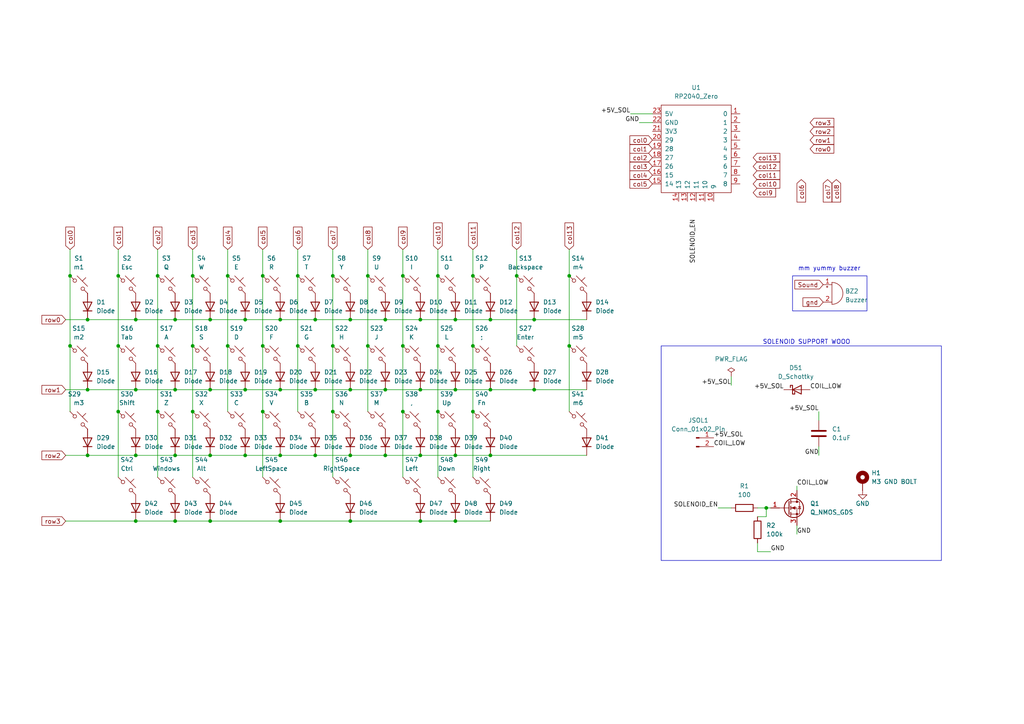
<source format=kicad_sch>
(kicad_sch (version 20250114) (generator "eeschema") (generator_version "9.0")
  (paper "A4")
  (rectangle (start 191.77 100.33) (end 273.05 162.56))
  (rectangle (start 229.87 80.01) (end 251.46 90.17))
  (text "mm yummy buzzer\n" (at 240.538 77.978 0) (effects (font (size 1.27 1.27))))
  (text "SOLENOID SUPPORT WOOO\n" (at 233.934 99.314 0) (effects (font (size 1.27 1.27))))
  (junction (at 45.72 119.38))
  (junction (at 149.86 80.01))
  (junction (at 106.68 100.33))
  (junction (at 121.92 132.08))
  (junction (at 137.16 80.01))
  (junction (at 91.44 113.03))
  (junction (at 81.28 132.08))
  (junction (at 96.52 100.33))
  (junction (at 39.37 92.71))
  (junction (at 132.08 113.03))
  (junction (at 132.08 92.71))
  (junction (at 50.8 113.03))
  (junction (at 116.84 119.38))
  (junction (at 39.37 132.08))
  (junction (at 86.36 100.33))
  (junction (at 154.94 113.03))
  (junction (at 111.76 92.71))
  (junction (at 127 100.33))
  (junction (at 132.08 151.13))
  (junction (at 101.6 113.03))
  (junction (at 111.76 132.08))
  (junction (at 20.32 100.33))
  (junction (at 71.12 92.71))
  (junction (at 34.29 119.38))
  (junction (at 76.2 100.33))
  (junction (at 132.08 132.08))
  (junction (at 55.88 119.38))
  (junction (at 165.1 100.33))
  (junction (at 34.29 80.01))
  (junction (at 50.8 132.08))
  (junction (at 127 119.38))
  (junction (at 45.72 80.01))
  (junction (at 142.24 113.03))
  (junction (at 137.16 119.38))
  (junction (at 121.92 92.71))
  (junction (at 91.44 132.08))
  (junction (at 96.52 119.38))
  (junction (at 76.2 80.01))
  (junction (at 101.6 92.71))
  (junction (at 25.4 113.03))
  (junction (at 55.88 100.33))
  (junction (at 50.8 92.71))
  (junction (at 76.2 119.38))
  (junction (at 154.94 92.71))
  (junction (at 101.6 132.08))
  (junction (at 127 80.01))
  (junction (at 60.96 113.03))
  (junction (at 101.6 151.13))
  (junction (at 137.16 100.33))
  (junction (at 20.32 80.01))
  (junction (at 121.92 151.13))
  (junction (at 91.44 92.71))
  (junction (at 55.88 80.01))
  (junction (at 142.24 132.08))
  (junction (at 66.04 100.33))
  (junction (at 86.36 80.01))
  (junction (at 25.4 92.71))
  (junction (at 60.96 132.08))
  (junction (at 60.96 92.71))
  (junction (at 71.12 113.03))
  (junction (at 60.96 151.13))
  (junction (at 39.37 151.13))
  (junction (at 116.84 80.01))
  (junction (at 45.72 100.33))
  (junction (at 39.37 113.03))
  (junction (at 106.68 80.01))
  (junction (at 121.92 113.03))
  (junction (at 222.25 147.32))
  (junction (at 111.76 113.03))
  (junction (at 81.28 151.13))
  (junction (at 81.28 92.71))
  (junction (at 81.28 113.03))
  (junction (at 66.04 80.01))
  (junction (at 96.52 80.01))
  (junction (at 142.24 92.71))
  (junction (at 25.4 132.08))
  (junction (at 165.1 80.01))
  (junction (at 116.84 100.33))
  (junction (at 50.8 151.13))
  (junction (at 71.12 132.08))
  (junction (at 34.29 100.33))
  (wire (pts (xy 50.8 151.13) (xy 60.96 151.13)))
  (wire (pts (xy 101.6 151.13) (xy 121.92 151.13)))
  (wire (pts (xy 137.16 100.33) (xy 137.16 119.38)))
  (wire (pts (xy 165.1 72.39) (xy 165.1 80.01)))
  (wire (pts (xy 19.05 151.13) (xy 39.37 151.13)))
  (wire (pts (xy 66.04 72.39) (xy 66.04 80.01)))
  (wire (pts (xy 76.2 80.01) (xy 76.2 100.33)))
  (wire (pts (xy 71.12 92.71) (xy 81.28 92.71)))
  (wire (pts (xy 19.05 132.08) (xy 25.4 132.08)))
  (wire (pts (xy 39.37 113.03) (xy 50.8 113.03)))
  (wire (pts (xy 185.42 35.56) (xy 189.23 35.56)))
  (wire (pts (xy 96.52 100.33) (xy 96.52 119.38)))
  (wire (pts (xy 132.08 113.03) (xy 142.24 113.03)))
  (wire (pts (xy 137.16 72.39) (xy 137.16 80.01)))
  (wire (pts (xy 34.29 72.39) (xy 34.29 80.01)))
  (wire (pts (xy 222.25 147.32) (xy 223.52 147.32)))
  (wire (pts (xy 25.4 92.71) (xy 39.37 92.71)))
  (wire (pts (xy 96.52 80.01) (xy 96.52 100.33)))
  (wire (pts (xy 81.28 132.08) (xy 91.44 132.08)))
  (wire (pts (xy 71.12 132.08) (xy 81.28 132.08)))
  (wire (pts (xy 127 80.01) (xy 127 100.33)))
  (wire (pts (xy 237.49 129.54) (xy 237.49 132.08)))
  (wire (pts (xy 45.72 80.01) (xy 45.72 100.33)))
  (wire (pts (xy 116.84 80.01) (xy 116.84 100.33)))
  (wire (pts (xy 101.6 132.08) (xy 111.76 132.08)))
  (wire (pts (xy 132.08 132.08) (xy 142.24 132.08)))
  (wire (pts (xy 34.29 119.38) (xy 34.29 138.43)))
  (wire (pts (xy 219.71 147.32) (xy 222.25 147.32)))
  (wire (pts (xy 212.09 109.22) (xy 212.09 111.76)))
  (wire (pts (xy 208.28 147.32) (xy 212.09 147.32)))
  (wire (pts (xy 34.29 80.01) (xy 34.29 100.33)))
  (wire (pts (xy 101.6 113.03) (xy 111.76 113.03)))
  (wire (pts (xy 91.44 132.08) (xy 101.6 132.08)))
  (wire (pts (xy 127 72.39) (xy 127 80.01)))
  (wire (pts (xy 60.96 92.71) (xy 71.12 92.71)))
  (wire (pts (xy 106.68 100.33) (xy 106.68 119.38)))
  (wire (pts (xy 20.32 80.01) (xy 20.32 100.33)))
  (wire (pts (xy 149.86 80.01) (xy 149.86 100.33)))
  (wire (pts (xy 71.12 113.03) (xy 81.28 113.03)))
  (wire (pts (xy 137.16 80.01) (xy 137.16 100.33)))
  (wire (pts (xy 142.24 132.08) (xy 170.18 132.08)))
  (wire (pts (xy 66.04 100.33) (xy 66.04 119.38)))
  (wire (pts (xy 111.76 92.71) (xy 121.92 92.71)))
  (wire (pts (xy 231.14 154.94) (xy 231.14 152.4)))
  (wire (pts (xy 81.28 113.03) (xy 91.44 113.03)))
  (wire (pts (xy 182.88 33.02) (xy 189.23 33.02)))
  (wire (pts (xy 39.37 132.08) (xy 50.8 132.08)))
  (wire (pts (xy 86.36 100.33) (xy 86.36 119.38)))
  (wire (pts (xy 101.6 92.71) (xy 111.76 92.71)))
  (wire (pts (xy 60.96 113.03) (xy 71.12 113.03)))
  (wire (pts (xy 66.04 80.01) (xy 66.04 100.33)))
  (wire (pts (xy 219.71 149.86) (xy 222.25 149.86)))
  (wire (pts (xy 45.72 119.38) (xy 45.72 138.43)))
  (wire (pts (xy 20.32 72.39) (xy 20.32 80.01)))
  (wire (pts (xy 96.52 72.39) (xy 96.52 80.01)))
  (wire (pts (xy 60.96 132.08) (xy 71.12 132.08)))
  (wire (pts (xy 132.08 151.13) (xy 142.24 151.13)))
  (wire (pts (xy 154.94 113.03) (xy 170.18 113.03)))
  (wire (pts (xy 127 119.38) (xy 127 138.43)))
  (wire (pts (xy 50.8 132.08) (xy 60.96 132.08)))
  (wire (pts (xy 55.88 80.01) (xy 55.88 100.33)))
  (wire (pts (xy 55.88 119.38) (xy 55.88 138.43)))
  (wire (pts (xy 25.4 132.08) (xy 39.37 132.08)))
  (wire (pts (xy 154.94 92.71) (xy 170.18 92.71)))
  (wire (pts (xy 34.29 100.33) (xy 34.29 119.38)))
  (wire (pts (xy 81.28 92.71) (xy 91.44 92.71)))
  (wire (pts (xy 149.86 72.39) (xy 149.86 80.01)))
  (wire (pts (xy 76.2 100.33) (xy 76.2 119.38)))
  (wire (pts (xy 219.71 157.48) (xy 219.71 160.02)))
  (wire (pts (xy 132.08 92.71) (xy 142.24 92.71)))
  (wire (pts (xy 116.84 100.33) (xy 116.84 119.38)))
  (wire (pts (xy 142.24 92.71) (xy 154.94 92.71)))
  (wire (pts (xy 121.92 132.08) (xy 132.08 132.08)))
  (wire (pts (xy 39.37 92.71) (xy 50.8 92.71)))
  (wire (pts (xy 111.76 132.08) (xy 121.92 132.08)))
  (wire (pts (xy 50.8 113.03) (xy 60.96 113.03)))
  (wire (pts (xy 19.05 113.03) (xy 25.4 113.03)))
  (wire (pts (xy 237.49 119.38) (xy 237.49 121.92)))
  (wire (pts (xy 60.96 151.13) (xy 81.28 151.13)))
  (wire (pts (xy 76.2 119.38) (xy 76.2 138.43)))
  (wire (pts (xy 91.44 92.71) (xy 101.6 92.71)))
  (wire (pts (xy 219.71 160.02) (xy 223.52 160.02)))
  (wire (pts (xy 86.36 80.01) (xy 86.36 100.33)))
  (wire (pts (xy 231.14 140.97) (xy 231.14 142.24)))
  (wire (pts (xy 91.44 113.03) (xy 101.6 113.03)))
  (wire (pts (xy 165.1 80.01) (xy 165.1 100.33)))
  (wire (pts (xy 165.1 100.33) (xy 165.1 119.38)))
  (wire (pts (xy 127 100.33) (xy 127 119.38)))
  (wire (pts (xy 39.37 151.13) (xy 50.8 151.13)))
  (wire (pts (xy 121.92 113.03) (xy 132.08 113.03)))
  (wire (pts (xy 25.4 113.03) (xy 39.37 113.03)))
  (wire (pts (xy 45.72 100.33) (xy 45.72 119.38)))
  (wire (pts (xy 50.8 92.71) (xy 60.96 92.71)))
  (wire (pts (xy 45.72 72.39) (xy 45.72 80.01)))
  (wire (pts (xy 106.68 72.39) (xy 106.68 80.01)))
  (wire (pts (xy 121.92 151.13) (xy 132.08 151.13)))
  (wire (pts (xy 121.92 92.71) (xy 132.08 92.71)))
  (wire (pts (xy 116.84 72.39) (xy 116.84 80.01)))
  (wire (pts (xy 222.25 149.86) (xy 222.25 147.32)))
  (wire (pts (xy 19.05 92.71) (xy 25.4 92.71)))
  (wire (pts (xy 111.76 113.03) (xy 121.92 113.03)))
  (wire (pts (xy 86.36 72.39) (xy 86.36 80.01)))
  (wire (pts (xy 116.84 119.38) (xy 116.84 138.43)))
  (wire (pts (xy 55.88 100.33) (xy 55.88 119.38)))
  (wire (pts (xy 76.2 72.39) (xy 76.2 80.01)))
  (wire (pts (xy 142.24 113.03) (xy 154.94 113.03)))
  (wire (pts (xy 20.32 100.33) (xy 20.32 119.38)))
  (wire (pts (xy 55.88 72.39) (xy 55.88 80.01)))
  (wire (pts (xy 137.16 119.38) (xy 137.16 138.43)))
  (wire (pts (xy 81.28 151.13) (xy 101.6 151.13)))
  (wire (pts (xy 96.52 119.38) (xy 96.52 138.43)))
  (wire (pts (xy 106.68 80.01) (xy 106.68 100.33)))
  (label "+5V_SOL" (at 227.33 113.03 180))
  (label "COIL_LOW" (at 207.01 129.54 0))
  (label "COIL_LOW" (at 234.95 113.03 0))
  (label "SOLENOID_EN" (at 201.93 63.5 270))
  (label "GND" (at 231.14 154.94 0))
  (label "SOLENOID_EN" (at 208.28 147.32 180))
  (label "+5V_SOL" (at 182.88 33.02 180))
  (label "GND" (at 223.52 160.02 0))
  (label "+5V_SOL" (at 207.01 127 0))
  (label "GND" (at 237.49 132.08 180))
  (label "GND" (at 185.42 35.56 180))
  (label "+5V_SOL" (at 237.49 119.38 180))
  (label "COIL_LOW" (at 231.14 140.97 0))
  (label "+5V_SOL" (at 212.09 111.76 180))
  (global_label "col1" (shape input) (at 189.23 43.18 180) (property "Intersheetrefs" "${INTERSHEET_REFS}" (effects (hide yes))))
  (global_label "Sound" (shape input) (at 238.76 82.55 180) (property "Intersheetrefs" "${INTERSHEET_REFS}" (effects (hide yes))))
  (global_label "col0" (shape input) (at 189.23 40.64 180) (property "Intersheetrefs" "${INTERSHEET_REFS}" (effects (hide yes))))
  (global_label "col8" (shape input) (at 106.68 72.39 90) (property "Intersheetrefs" "${INTERSHEET_REFS}" (effects (hide yes))))
  (global_label "col12" (shape input) (at 218.44 48.26 0) (property "Intersheetrefs" "${INTERSHEET_REFS}" (effects (hide yes))))
  (global_label "col4" (shape input) (at 189.23 50.8 180) (property "Intersheetrefs" "${INTERSHEET_REFS}" (effects (hide yes))))
  (global_label "row3" (shape input) (at 19.05 151.13 180) (property "Intersheetrefs" "${INTERSHEET_REFS}" (effects (hide yes))))
  (global_label "col7" (shape input) (at 240.03 52.07 270) (property "Intersheetrefs" "${INTERSHEET_REFS}" (effects (hide yes))))
  (global_label "col6" (shape input) (at 232.41 52.07 270) (property "Intersheetrefs" "${INTERSHEET_REFS}" (effects (hide yes))))
  (global_label "row0" (shape input) (at 234.95 43.18 0) (property "Intersheetrefs" "${INTERSHEET_REFS}" (effects (hide yes))))
  (global_label "col6" (shape input) (at 86.36 72.39 90) (property "Intersheetrefs" "${INTERSHEET_REFS}" (effects (hide yes))))
  (global_label "row0" (shape input) (at 19.05 92.71 180) (property "Intersheetrefs" "${INTERSHEET_REFS}" (effects (hide yes))))
  (global_label "row1" (shape input) (at 234.95 40.64 0) (property "Intersheetrefs" "${INTERSHEET_REFS}" (effects (hide yes))))
  (global_label "col10" (shape input) (at 218.44 53.34 0) (property "Intersheetrefs" "${INTERSHEET_REFS}" (effects (hide yes))))
  (global_label "col10" (shape input) (at 127 72.39 90) (property "Intersheetrefs" "${INTERSHEET_REFS}" (effects (hide yes))))
  (global_label "col8" (shape input) (at 242.57 52.07 270) (property "Intersheetrefs" "${INTERSHEET_REFS}" (effects (hide yes))))
  (global_label "col13" (shape input) (at 165.1 72.39 90) (property "Intersheetrefs" "${INTERSHEET_REFS}" (effects (hide yes))))
  (global_label "col3" (shape input) (at 55.88 72.39 90) (property "Intersheetrefs" "${INTERSHEET_REFS}" (effects (hide yes))))
  (global_label "col13" (shape input) (at 218.44 45.72 0) (property "Intersheetrefs" "${INTERSHEET_REFS}" (effects (hide yes))))
  (global_label "col9" (shape input) (at 116.84 72.39 90) (property "Intersheetrefs" "${INTERSHEET_REFS}" (effects (hide yes))))
  (global_label "col5" (shape input) (at 189.23 53.34 180) (property "Intersheetrefs" "${INTERSHEET_REFS}" (effects (hide yes))))
  (global_label "col3" (shape input) (at 189.23 48.26 180) (property "Intersheetrefs" "${INTERSHEET_REFS}" (effects (hide yes))))
  (global_label "row2" (shape input) (at 234.95 38.1 0) (property "Intersheetrefs" "${INTERSHEET_REFS}" (effects (hide yes))))
  (global_label "row2" (shape input) (at 19.05 132.08 180) (property "Intersheetrefs" "${INTERSHEET_REFS}" (effects (hide yes))))
  (global_label "col4" (shape input) (at 66.04 72.39 90) (property "Intersheetrefs" "${INTERSHEET_REFS}" (effects (hide yes))))
  (global_label "col1" (shape input) (at 34.29 72.39 90) (property "Intersheetrefs" "${INTERSHEET_REFS}" (effects (hide yes))))
  (global_label "col0" (shape input) (at 20.32 72.39 90) (property "Intersheetrefs" "${INTERSHEET_REFS}" (effects (hide yes))))
  (global_label "row3" (shape input) (at 234.95 35.56 0) (property "Intersheetrefs" "${INTERSHEET_REFS}" (effects (hide yes))))
  (global_label "col11" (shape input) (at 218.44 50.8 0) (property "Intersheetrefs" "${INTERSHEET_REFS}" (effects (hide yes))))
  (global_label "gnd" (shape input) (at 238.76 87.63 180) (property "Intersheetrefs" "${INTERSHEET_REFS}" (effects (hide yes))))
  (global_label "row1" (shape input) (at 19.05 113.03 180) (property "Intersheetrefs" "${INTERSHEET_REFS}" (effects (hide yes))))
  (global_label "col12" (shape input) (at 149.86 72.39 90) (property "Intersheetrefs" "${INTERSHEET_REFS}" (effects (hide yes))))
  (global_label "col2" (shape input) (at 189.23 45.72 180) (property "Intersheetrefs" "${INTERSHEET_REFS}" (effects (hide yes))))
  (global_label "col5" (shape input) (at 76.2 72.39 90) (property "Intersheetrefs" "${INTERSHEET_REFS}" (effects (hide yes))))
  (global_label "col11" (shape input) (at 137.16 72.39 90) (property "Intersheetrefs" "${INTERSHEET_REFS}" (effects (hide yes))))
  (global_label "col7" (shape input) (at 96.52 72.39 90) (property "Intersheetrefs" "${INTERSHEET_REFS}" (effects (hide yes))))
  (global_label "col2" (shape input) (at 45.72 72.39 90) (property "Intersheetrefs" "${INTERSHEET_REFS}" (effects (hide yes))))
  (global_label "col9" (shape input) (at 218.44 55.88 0) (property "Intersheetrefs" "${INTERSHEET_REFS}" (effects (hide yes))))
  (symbol (lib_id "ScottoKeebs:Placeholder_Diode") (at 121.92 128.27 90) (unit 1)
    (property "Reference" "D38" (at 124.46 127 90) (effects (justify right)))
    (property "Value" "Diode" (at 124.46 129.54 90) (effects (justify right)))
    (property "Footprint" "Diode_SMD:D_SOD-123" (effects (hide yes)))
    (property "Description" "1N4148 (DO-35) or 1N4148W (SOD-123)" (effects (hide yes)))
    (property "Sim.Device" "D" (effects (hide yes)))
    (property "Sim.Pins" "1=K 2=A" (effects (hide yes)))
  )
  (symbol (lib_id "Connector:Conn_01x02_Pin") (at 201.93 127 0) (unit 1)
    (property "Reference" "JSOL1" (at 202.565 121.92 0))
    (property "Value" "Conn_01x02_Pin" (at 202.565 124.46 0))
    (property "Footprint" "ScottoKeebs_Components:Connector_1x02_JST-PH" (effects (hide yes)))
    (property "Description" "Generic connector, single row, 01x02, script generated" (effects (hide yes)))
  )
  (symbol (lib_id "ScottoKeebs:Placeholder_Keyswitch") (at 119.38 121.92 0) (unit 1)
    (property "Reference" "S38" (at 119.38 114.3 0))
    (property "Value" "," (at 119.38 116.84 0))
    (property "Footprint" "Button_Switch_Keyboard:SW_Cherry_MX_1.00u_PCB" (effects (hide yes)))
    (property "Description" "Push button switch, normally open, two pins, 45° tilted" (effects (hide yes)))
  )
  (symbol (lib_id "ScottoKeebs:Placeholder_Diode") (at 71.12 128.27 90) (unit 1)
    (property "Reference" "D33" (at 73.66 127 90) (effects (justify right)))
    (property "Value" "Diode" (at 73.66 129.54 90) (effects (justify right)))
    (property "Footprint" "Diode_SMD:D_SOD-123" (effects (hide yes)))
    (property "Description" "1N4148 (DO-35) or 1N4148W (SOD-123)" (effects (hide yes)))
    (property "Sim.Device" "D" (effects (hide yes)))
    (property "Sim.Pins" "1=K 2=A" (effects (hide yes)))
  )
  (symbol (lib_id "ScottoKeebs:Placeholder_Keyswitch") (at 36.83 140.97 0) (unit 1)
    (property "Reference" "S42" (at 36.83 133.35 0))
    (property "Value" "Ctrl" (at 36.83 135.89 0))
    (property "Footprint" "Button_Switch_Keyboard:SW_Cherry_MX_1.00u_PCB" (effects (hide yes)))
    (property "Description" "Push button switch, normally open, two pins, 45° tilted" (effects (hide yes)))
  )
  (symbol (lib_id "ScottoKeebs:Placeholder_Keyswitch") (at 139.7 102.87 0) (unit 1)
    (property "Reference" "S26" (at 139.7 95.25 0))
    (property "Value" ";" (at 139.7 97.79 0))
    (property "Footprint" "Button_Switch_Keyboard:SW_Cherry_MX_1.00u_PCB" (effects (hide yes)))
    (property "Description" "Push button switch, normally open, two pins, 45° tilted" (effects (hide yes)))
  )
  (symbol (lib_id "ScottoKeebs:Placeholder_Diode") (at 25.4 88.9 90) (unit 1)
    (property "Reference" "D1" (at 27.94 87.63 90) (effects (justify right)))
    (property "Value" "Diode" (at 27.94 90.17 90) (effects (justify right)))
    (property "Footprint" "Diode_SMD:D_SOD-123" (effects (hide yes)))
    (property "Description" "1N4148 (DO-35) or 1N4148W (SOD-123)" (effects (hide yes)))
    (property "Sim.Device" "D" (effects (hide yes)))
    (property "Sim.Pins" "1=K 2=A" (effects (hide yes)))
  )
  (symbol (lib_id "ScottoKeebs:Placeholder_Keyswitch") (at 36.83 82.55 0) (unit 1)
    (property "Reference" "S2" (at 36.83 74.93 0))
    (property "Value" "Esc" (at 36.83 77.47 0))
    (property "Footprint" "Button_Switch_Keyboard:SW_Cherry_MX_1.00u_PCB" (effects (hide yes)))
    (property "Description" "Push button switch, normally open, two pins, 45° tilted" (effects (hide yes)))
  )
  (symbol (lib_id "ScottoKeebs:Placeholder_Keyswitch") (at 22.86 121.92 0) (unit 1)
    (property "Reference" "S29" (at 21.59 114.3 0))
    (property "Value" "m3" (at 22.86 116.84 0))
    (property "Footprint" "Button_Switch_Keyboard:SW_Cherry_MX_1.00u_PCB" (effects (hide yes)))
    (property "Description" "Push button switch, normally open, two pins, 45° tilted" (effects (hide yes)))
  )
  (symbol (lib_id "ScottoKeebs:Placeholder_Keyswitch") (at 129.54 102.87 0) (unit 1)
    (property "Reference" "S25" (at 129.54 95.25 0))
    (property "Value" "L" (at 129.54 97.79 0))
    (property "Footprint" "Button_Switch_Keyboard:SW_Cherry_MX_1.00u_PCB" (effects (hide yes)))
    (property "Description" "Push button switch, normally open, two pins, 45° tilted" (effects (hide yes)))
  )
  (symbol (lib_id "ScottoKeebs:Placeholder_Diode") (at 39.37 88.9 90) (unit 1)
    (property "Reference" "D2" (at 41.91 87.63 90) (effects (justify right)))
    (property "Value" "Diode" (at 41.91 90.17 90) (effects (justify right)))
    (property "Footprint" "Diode_SMD:D_SOD-123" (effects (hide yes)))
    (property "Description" "1N4148 (DO-35) or 1N4148W (SOD-123)" (effects (hide yes)))
    (property "Sim.Device" "D" (effects (hide yes)))
    (property "Sim.Pins" "1=K 2=A" (effects (hide yes)))
  )
  (symbol (lib_id "ScottoKeebs:Placeholder_Keyswitch") (at 78.74 102.87 0) (unit 1)
    (property "Reference" "S20" (at 78.74 95.25 0))
    (property "Value" "F" (at 78.74 97.79 0))
    (property "Footprint" "Button_Switch_Keyboard:SW_Cherry_MX_1.00u_PCB" (effects (hide yes)))
    (property "Description" "Push button switch, normally open, two pins, 45° tilted" (effects (hide yes)))
  )
  (symbol (lib_id "ScottoKeebs:Placeholder_Keyswitch") (at 119.38 102.87 0) (unit 1)
    (property "Reference" "S24" (at 119.38 95.25 0))
    (property "Value" "K" (at 119.38 97.79 0))
    (property "Footprint" "Button_Switch_Keyboard:SW_Cherry_MX_1.00u_PCB" (effects (hide yes)))
    (property "Description" "Push button switch, normally open, two pins, 45° tilted" (effects (hide yes)))
  )
  (symbol (lib_id "power:GND") (at 250.19 142.24 0) (unit 1)
    (property "Reference" "#PWR01" (effects (hide yes)))
    (property "Value" "GND" (at 250.19 146.05 0))
    (property "Description" "Power symbol creates a global label with name \"GND\" , ground" (effects (hide yes)))
  )
  (symbol (lib_id "ScottoKeebs:Placeholder_Keyswitch") (at 22.86 102.87 0) (unit 1)
    (property "Reference" "S15" (at 22.86 95.25 0))
    (property "Value" "m2" (at 22.86 97.79 0))
    (property "Footprint" "Button_Switch_Keyboard:SW_Cherry_MX_1.00u_PCB" (effects (hide yes)))
    (property "Description" "Push button switch, normally open, two pins, 45° tilted" (effects (hide yes)))
  )
  (symbol (lib_id "ScottoKeebs:Placeholder_Keyswitch") (at 167.64 82.55 0) (unit 1)
    (property "Reference" "S14" (at 167.64 74.93 0))
    (property "Value" "m4" (at 167.64 77.47 0))
    (property "Footprint" "Button_Switch_Keyboard:SW_Cherry_MX_1.00u_PCB" (effects (hide yes)))
    (property "Description" "Push button switch, normally open, two pins, 45° tilted" (effects (hide yes)))
  )
  (symbol (lib_id "ScottoKeebs:Placeholder_Diode") (at 50.8 109.22 90) (unit 1)
    (property "Reference" "D17" (at 53.34 107.95 90) (effects (justify right)))
    (property "Value" "Diode" (at 53.34 110.49 90) (effects (justify right)))
    (property "Footprint" "Diode_SMD:D_SOD-123" (effects (hide yes)))
    (property "Description" "1N4148 (DO-35) or 1N4148W (SOD-123)" (effects (hide yes)))
    (property "Sim.Device" "D" (effects (hide yes)))
    (property "Sim.Pins" "1=K 2=A" (effects (hide yes)))
  )
  (symbol (lib_id "ScottoKeebs:Placeholder_Diode") (at 154.94 88.9 90) (unit 1)
    (property "Reference" "D13" (at 157.48 87.63 90) (effects (justify right)))
    (property "Value" "Diode" (at 157.48 90.17 90) (effects (justify right)))
    (property "Footprint" "Diode_SMD:D_SOD-123" (effects (hide yes)))
    (property "Description" "1N4148 (DO-35) or 1N4148W (SOD-123)" (effects (hide yes)))
    (property "Sim.Device" "D" (effects (hide yes)))
    (property "Sim.Pins" "1=K 2=A" (effects (hide yes)))
  )
  (symbol (lib_id "ScottoKeebs:Placeholder_Keyswitch") (at 48.26 82.55 0) (unit 1)
    (property "Reference" "S3" (at 48.26 74.93 0))
    (property "Value" "Q" (at 48.26 77.47 0))
    (property "Footprint" "Button_Switch_Keyboard:SW_Cherry_MX_1.00u_PCB" (effects (hide yes)))
    (property "Description" "Push button switch, normally open, two pins, 45° tilted" (effects (hide yes)))
  )
  (symbol (lib_id "ScottoKeebs:Placeholder_Diode") (at 121.92 109.22 90) (unit 1)
    (property "Reference" "D24" (at 124.46 107.95 90) (effects (justify right)))
    (property "Value" "Diode" (at 124.46 110.49 90) (effects (justify right)))
    (property "Footprint" "Diode_SMD:D_SOD-123" (effects (hide yes)))
    (property "Description" "1N4148 (DO-35) or 1N4148W (SOD-123)" (effects (hide yes)))
    (property "Sim.Device" "D" (effects (hide yes)))
    (property "Sim.Pins" "1=K 2=A" (effects (hide yes)))
  )
  (symbol (lib_id "ScottoKeebs:Placeholder_Keyswitch") (at 99.06 82.55 0) (unit 1)
    (property "Reference" "S8" (at 99.06 74.93 0))
    (property "Value" "Y" (at 99.06 77.47 0))
    (property "Footprint" "Button_Switch_Keyboard:SW_Cherry_MX_1.00u_PCB" (effects (hide yes)))
    (property "Description" "Push button switch, normally open, two pins, 45° tilted" (effects (hide yes)))
  )
  (symbol (lib_id "ScottoKeebs:Placeholder_Keyswitch") (at 167.64 121.92 0) (unit 1)
    (property "Reference" "S41" (at 167.64 114.3 0))
    (property "Value" "m6" (at 167.64 116.84 0))
    (property "Footprint" "Button_Switch_Keyboard:SW_Cherry_MX_1.00u_PCB" (effects (hide yes)))
    (property "Description" "Push button switch, normally open, two pins, 45° tilted" (effects (hide yes)))
  )
  (symbol (lib_id "ScottoKeebs:Placeholder_Keyswitch") (at 58.42 140.97 0) (unit 1)
    (property "Reference" "S44" (at 58.42 133.35 0))
    (property "Value" "Alt" (at 58.42 135.89 0))
    (property "Footprint" "Button_Switch_Keyboard:SW_Cherry_MX_1.00u_PCB" (effects (hide yes)))
    (property "Description" "Push button switch, normally open, two pins, 45° tilted" (effects (hide yes)))
  )
  (symbol (lib_id "Transistor_FET:Q_NMOS_GDS") (at 228.6 147.32 0) (unit 1)
    (property "Reference" "Q1" (at 234.95 146.05 0) (effects (justify left)))
    (property "Value" "Q_NMOS_GDS" (at 234.95 148.59 0) (effects (justify left)))
    (property "Footprint" "Package_TO_SOT_THT:TO-220-3_Horizontal_TabDown" (effects (hide yes)))
    (property "Description" "N-MOSFET transistor, gate/drain/source" (effects (hide yes)))
  )
  (symbol (lib_id "ScottoKeebs:Placeholder_Diode") (at 111.76 128.27 90) (unit 1)
    (property "Reference" "D37" (at 114.3 127 90) (effects (justify right)))
    (property "Value" "Diode" (at 114.3 129.54 90) (effects (justify right)))
    (property "Footprint" "Diode_SMD:D_SOD-123" (effects (hide yes)))
    (property "Description" "1N4148 (DO-35) or 1N4148W (SOD-123)" (effects (hide yes)))
    (property "Sim.Device" "D" (effects (hide yes)))
    (property "Sim.Pins" "1=K 2=A" (effects (hide yes)))
  )
  (symbol (lib_id "ScottoKeebs:Placeholder_Diode") (at 60.96 109.22 90) (unit 1)
    (property "Reference" "D18" (at 63.5 107.95 90) (effects (justify right)))
    (property "Value" "Diode" (at 63.5 110.49 90) (effects (justify right)))
    (property "Footprint" "Diode_SMD:D_SOD-123" (effects (hide yes)))
    (property "Description" "1N4148 (DO-35) or 1N4148W (SOD-123)" (effects (hide yes)))
    (property "Sim.Device" "D" (effects (hide yes)))
    (property "Sim.Pins" "1=K 2=A" (effects (hide yes)))
  )
  (symbol (lib_id "ScottoKeebs:Placeholder_Diode") (at 132.08 147.32 90) (unit 1)
    (property "Reference" "D48" (at 134.62 146.05 90) (effects (justify right)))
    (property "Value" "Diode" (at 134.62 148.59 90) (effects (justify right)))
    (property "Footprint" "Diode_SMD:D_SOD-123" (effects (hide yes)))
    (property "Description" "1N4148 (DO-35) or 1N4148W (SOD-123)" (effects (hide yes)))
    (property "Sim.Device" "D" (effects (hide yes)))
    (property "Sim.Pins" "1=K 2=A" (effects (hide yes)))
  )
  (symbol (lib_id "ScottoKeebs:Placeholder_Keyswitch") (at 48.26 121.92 0) (unit 1)
    (property "Reference" "S31" (at 48.26 114.3 0))
    (property "Value" "Z" (at 48.26 116.84 0))
    (property "Footprint" "Button_Switch_Keyboard:SW_Cherry_MX_1.00u_PCB" (effects (hide yes)))
    (property "Description" "Push button switch, normally open, two pins, 45° tilted" (effects (hide yes)))
  )
  (symbol (lib_id "ScottoKeebs:Placeholder_Keyswitch") (at 68.58 82.55 0) (unit 1)
    (property "Reference" "S5" (at 68.58 74.93 0))
    (property "Value" "E" (at 68.58 77.47 0))
    (property "Footprint" "Button_Switch_Keyboard:SW_Cherry_MX_1.00u_PCB" (effects (hide yes)))
    (property "Description" "Push button switch, normally open, two pins, 45° tilted" (effects (hide yes)))
  )
  (symbol (lib_id "ScottoKeebs:Placeholder_Diode") (at 154.94 109.22 90) (unit 1)
    (property "Reference" "D27" (at 157.48 107.95 90) (effects (justify right)))
    (property "Value" "Diode" (at 157.48 110.49 90) (effects (justify right)))
    (property "Footprint" "Diode_SMD:D_SOD-123" (effects (hide yes)))
    (property "Description" "1N4148 (DO-35) or 1N4148W (SOD-123)" (effects (hide yes)))
    (property "Sim.Device" "D" (effects (hide yes)))
    (property "Sim.Pins" "1=K 2=A" (effects (hide yes)))
  )
  (symbol (lib_id "ScottoKeebs:Placeholder_Diode") (at 91.44 88.9 90) (unit 1)
    (property "Reference" "D7" (at 93.98 87.63 90) (effects (justify right)))
    (property "Value" "Diode" (at 93.98 90.17 90) (effects (justify right)))
    (property "Footprint" "Diode_SMD:D_SOD-123" (effects (hide yes)))
    (property "Description" "1N4148 (DO-35) or 1N4148W (SOD-123)" (effects (hide yes)))
    (property "Sim.Device" "D" (effects (hide yes)))
    (property "Sim.Pins" "1=K 2=A" (effects (hide yes)))
  )
  (symbol (lib_id "ScottoKeebs:Placeholder_Diode") (at 142.24 109.22 90) (unit 1)
    (property "Reference" "D26" (at 144.78 107.95 90) (effects (justify right)))
    (property "Value" "Diode" (at 144.78 110.49 90) (effects (justify right)))
    (property "Footprint" "Diode_SMD:D_SOD-123" (effects (hide yes)))
    (property "Description" "1N4148 (DO-35) or 1N4148W (SOD-123)" (effects (hide yes)))
    (property "Sim.Device" "D" (effects (hide yes)))
    (property "Sim.Pins" "1=K 2=A" (effects (hide yes)))
  )
  (symbol (lib_id "ScottoKeebs:Placeholder_Keyswitch") (at 58.42 82.55 0) (unit 1)
    (property "Reference" "S4" (at 58.42 74.93 0))
    (property "Value" "W" (at 58.42 77.47 0))
    (property "Footprint" "Button_Switch_Keyboard:SW_Cherry_MX_1.00u_PCB" (effects (hide yes)))
    (property "Description" "Push button switch, normally open, two pins, 45° tilted" (effects (hide yes)))
  )
  (symbol (lib_id "ScottoKeebs:Placeholder_Keyswitch") (at 129.54 82.55 0) (unit 1)
    (property "Reference" "S11" (at 129.54 74.93 0))
    (property "Value" "O" (at 129.54 77.47 0))
    (property "Footprint" "Button_Switch_Keyboard:SW_Cherry_MX_1.00u_PCB" (effects (hide yes)))
    (property "Description" "Push button switch, normally open, two pins, 45° tilted" (effects (hide yes)))
  )
  (symbol (lib_id "ScottoKeebs:Placeholder_Diode") (at 39.37 128.27 90) (unit 1)
    (property "Reference" "D30" (at 41.91 127 90) (effects (justify right)))
    (property "Value" "Diode" (at 41.91 129.54 90) (effects (justify right)))
    (property "Footprint" "Diode_SMD:D_SOD-123" (effects (hide yes)))
    (property "Description" "1N4148 (DO-35) or 1N4148W (SOD-123)" (effects (hide yes)))
    (property "Sim.Device" "D" (effects (hide yes)))
    (property "Sim.Pins" "1=K 2=A" (effects (hide yes)))
  )
  (symbol (lib_id "ScottoKeebs:Placeholder_Keyswitch") (at 68.58 121.92 0) (unit 1)
    (property "Reference" "S33" (at 68.58 114.3 0))
    (property "Value" "C" (at 68.58 116.84 0))
    (property "Footprint" "Button_Switch_Keyboard:SW_Cherry_MX_1.00u_PCB" (effects (hide yes)))
    (property "Description" "Push button switch, normally open, two pins, 45° tilted" (effects (hide yes)))
  )
  (symbol (lib_id "ScottoKeebs:Placeholder_Diode") (at 132.08 109.22 90) (unit 1)
    (property "Reference" "D25" (at 134.62 107.95 90) (effects (justify right)))
    (property "Value" "Diode" (at 134.62 110.49 90) (effects (justify right)))
    (property "Footprint" "Diode_SMD:D_SOD-123" (effects (hide yes)))
    (property "Description" "1N4148 (DO-35) or 1N4148W (SOD-123)" (effects (hide yes)))
    (property "Sim.Device" "D" (effects (hide yes)))
    (property "Sim.Pins" "1=K 2=A" (effects (hide yes)))
  )
  (symbol (lib_id "Device:C") (at 237.49 125.73 180) (unit 1)
    (property "Reference" "C1" (at 241.3 124.46 0) (effects (justify right)))
    (property "Value" "0.1uF" (at 241.3 127 0) (effects (justify right)))
    (property "Footprint" "Capacitor_SMD:C_0805_2012Metric" (effects (hide yes)))
    (property "Description" "Unpolarized capacitor" (effects (hide yes)))
  )
  (symbol (lib_id "ScottoKeebs:Placeholder_Keyswitch") (at 119.38 140.97 0) (unit 1)
    (property "Reference" "S47" (at 119.38 133.35 0))
    (property "Value" "Left" (at 119.38 135.89 0))
    (property "Footprint" "Button_Switch_Keyboard:SW_Cherry_MX_1.00u_PCB" (effects (hide yes)))
    (property "Description" "Push button switch, normally open, two pins, 45° tilted" (effects (hide yes)))
  )
  (symbol (lib_id "ScottoKeebs:Placeholder_Keyswitch") (at 58.42 121.92 0) (unit 1)
    (property "Reference" "S32" (at 58.42 114.3 0))
    (property "Value" "X" (at 58.42 116.84 0))
    (property "Footprint" "Button_Switch_Keyboard:SW_Cherry_MX_1.00u_PCB" (effects (hide yes)))
    (property "Description" "Push button switch, normally open, two pins, 45° tilted" (effects (hide yes)))
  )
  (symbol (lib_id "ScottoKeebs:Placeholder_Diode") (at 111.76 88.9 90) (unit 1)
    (property "Reference" "D9" (at 114.3 87.63 90) (effects (justify right)))
    (property "Value" "Diode" (at 114.3 90.17 90) (effects (justify right)))
    (property "Footprint" "Diode_SMD:D_SOD-123" (effects (hide yes)))
    (property "Description" "1N4148 (DO-35) or 1N4148W (SOD-123)" (effects (hide yes)))
    (property "Sim.Device" "D" (effects (hide yes)))
    (property "Sim.Pins" "1=K 2=A" (effects (hide yes)))
  )
  (symbol (lib_id "ScottoKeebs:Placeholder_Keyswitch") (at 68.58 102.87 0) (unit 1)
    (property "Reference" "S19" (at 68.58 95.25 0))
    (property "Value" "D" (at 68.58 97.79 0))
    (property "Footprint" "Button_Switch_Keyboard:SW_Cherry_MX_1.00u_PCB" (effects (hide yes)))
    (property "Description" "Push button switch, normally open, two pins, 45° tilted" (effects (hide yes)))
  )
  (symbol (lib_id "ScottoKeebs:Placeholder_Keyswitch") (at 88.9 102.87 0) (unit 1)
    (property "Reference" "S21" (at 88.9 95.25 0))
    (property "Value" "G" (at 88.9 97.79 0))
    (property "Footprint" "Button_Switch_Keyboard:SW_Cherry_MX_1.00u_PCB" (effects (hide yes)))
    (property "Description" "Push button switch, normally open, two pins, 45° tilted" (effects (hide yes)))
  )
  (symbol (lib_id "ScottoKeebs:Placeholder_Keyswitch") (at 109.22 121.92 0) (unit 1)
    (property "Reference" "S37" (at 109.22 114.3 0))
    (property "Value" "M" (at 109.22 116.84 0))
    (property "Footprint" "Button_Switch_Keyboard:SW_Cherry_MX_1.00u_PCB" (effects (hide yes)))
    (property "Description" "Push button switch, normally open, two pins, 45° tilted" (effects (hide yes)))
  )
  (symbol (lib_id "ScottoKeebs:Placeholder_Keyswitch") (at 48.26 140.97 0) (unit 1)
    (property "Reference" "S43" (at 48.26 133.35 0))
    (property "Value" "Windows" (at 48.26 135.89 0))
    (property "Footprint" "Button_Switch_Keyboard:SW_Cherry_MX_1.00u_PCB" (effects (hide yes)))
    (property "Description" "Push button switch, normally open, two pins, 45° tilted" (effects (hide yes)))
  )
  (symbol (lib_id "ScottoKeebs:Placeholder_Diode") (at 39.37 147.32 90) (unit 1)
    (property "Reference" "D42" (at 41.91 146.05 90) (effects (justify right)))
    (property "Value" "Diode" (at 41.91 148.59 90) (effects (justify right)))
    (property "Footprint" "Diode_SMD:D_SOD-123" (effects (hide yes)))
    (property "Description" "1N4148 (DO-35) or 1N4148W (SOD-123)" (effects (hide yes)))
    (property "Sim.Device" "D" (effects (hide yes)))
    (property "Sim.Pins" "1=K 2=A" (effects (hide yes)))
  )
  (symbol (lib_id "ScottoKeebs:Placeholder_Diode") (at 101.6 128.27 90) (unit 1)
    (property "Reference" "D36" (at 104.14 127 90) (effects (justify right)))
    (property "Value" "Diode" (at 104.14 129.54 90) (effects (justify right)))
    (property "Footprint" "Diode_SMD:D_SOD-123" (effects (hide yes)))
    (property "Description" "1N4148 (DO-35) or 1N4148W (SOD-123)" (effects (hide yes)))
    (property "Sim.Device" "D" (effects (hide yes)))
    (property "Sim.Pins" "1=K 2=A" (effects (hide yes)))
  )
  (symbol (lib_id "ScottoKeebs:Placeholder_Keyswitch") (at 119.38 82.55 0) (unit 1)
    (property "Reference" "S10" (at 119.38 74.93 0))
    (property "Value" "I" (at 119.38 77.47 0))
    (property "Footprint" "Button_Switch_Keyboard:SW_Cherry_MX_1.00u_PCB" (effects (hide yes)))
    (property "Description" "Push button switch, normally open, two pins, 45° tilted" (effects (hide yes)))
  )
  (symbol (lib_id "ScottoKeebs:Placeholder_Diode") (at 25.4 128.27 90) (unit 1)
    (property "Reference" "D29" (at 27.94 127 90) (effects (justify right)))
    (property "Value" "Diode" (at 27.94 129.54 90) (effects (justify right)))
    (property "Footprint" "Diode_SMD:D_SOD-123" (effects (hide yes)))
    (property "Description" "1N4148 (DO-35) or 1N4148W (SOD-123)" (effects (hide yes)))
    (property "Sim.Device" "D" (effects (hide yes)))
    (property "Sim.Pins" "1=K 2=A" (effects (hide yes)))
  )
  (symbol (lib_id "ScottoKeebs:Placeholder_Diode") (at 60.96 147.32 90) (unit 1)
    (property "Reference" "D44" (at 63.5 146.05 90) (effects (justify right)))
    (property "Value" "Diode" (at 63.5 148.59 90) (effects (justify right)))
    (property "Footprint" "Diode_SMD:D_SOD-123" (effects (hide yes)))
    (property "Description" "1N4148 (DO-35) or 1N4148W (SOD-123)" (effects (hide yes)))
    (property "Sim.Device" "D" (effects (hide yes)))
    (property "Sim.Pins" "1=K 2=A" (effects (hide yes)))
  )
  (symbol (lib_id "ScottoKeebs:Placeholder_Keyswitch") (at 109.22 102.87 0) (unit 1)
    (property "Reference" "S23" (at 109.22 95.25 0))
    (property "Value" "J" (at 109.22 97.79 0))
    (property "Footprint" "Button_Switch_Keyboard:SW_Cherry_MX_1.00u_PCB" (effects (hide yes)))
    (property "Description" "Push button switch, normally open, two pins, 45° tilted" (effects (hide yes)))
  )
  (symbol (lib_id "ScottoKeebs:Placeholder_Diode") (at 142.24 128.27 90) (unit 1)
    (property "Reference" "D40" (at 144.78 127 90) (effects (justify right)))
    (property "Value" "Diode" (at 144.78 129.54 90) (effects (justify right)))
    (property "Footprint" "Diode_SMD:D_SOD-123" (effects (hide yes)))
    (property "Description" "1N4148 (DO-35) or 1N4148W (SOD-123)" (effects (hide yes)))
    (property "Sim.Device" "D" (effects (hide yes)))
    (property "Sim.Pins" "1=K 2=A" (effects (hide yes)))
  )
  (symbol (lib_id "ScottoKeebs:Placeholder_Keyswitch") (at 167.64 102.87 0) (unit 1)
    (property "Reference" "S28" (at 167.64 95.25 0))
    (property "Value" "m5" (at 167.64 97.79 0))
    (property "Footprint" "Button_Switch_Keyboard:SW_Cherry_MX_1.00u_PCB" (effects (hide yes)))
    (property "Description" "Push button switch, normally open, two pins, 45° tilted" (effects (hide yes)))
  )
  (symbol (lib_id "ScottoKeebs:Placeholder_Diode") (at 50.8 128.27 90) (unit 1)
    (property "Reference" "D31" (at 53.34 127 90) (effects (justify right)))
    (property "Value" "Diode" (at 53.34 129.54 90) (effects (justify right)))
    (property "Footprint" "Diode_SMD:D_SOD-123" (effects (hide yes)))
    (property "Description" "1N4148 (DO-35) or 1N4148W (SOD-123)" (effects (hide yes)))
    (property "Sim.Device" "D" (effects (hide yes)))
    (property "Sim.Pins" "1=K 2=A" (effects (hide yes)))
  )
  (symbol (lib_id "ScottoKeebs:Placeholder_Diode") (at 91.44 128.27 90) (unit 1)
    (property "Reference" "D35" (at 93.98 127 90) (effects (justify right)))
    (property "Value" "Diode" (at 93.98 129.54 90) (effects (justify right)))
    (property "Footprint" "Diode_SMD:D_SOD-123" (effects (hide yes)))
    (property "Description" "1N4148 (DO-35) or 1N4148W (SOD-123)" (effects (hide yes)))
    (property "Sim.Device" "D" (effects (hide yes)))
    (property "Sim.Pins" "1=K 2=A" (effects (hide yes)))
  )
  (symbol (lib_id "ScottoKeebs:Placeholder_Diode") (at 60.96 88.9 90) (unit 1)
    (property "Reference" "D4" (at 63.5 87.63 90) (effects (justify right)))
    (property "Value" "Diode" (at 63.5 90.17 90) (effects (justify right)))
    (property "Footprint" "Diode_SMD:D_SOD-123" (effects (hide yes)))
    (property "Description" "1N4148 (DO-35) or 1N4148W (SOD-123)" (effects (hide yes)))
    (property "Sim.Device" "D" (effects (hide yes)))
    (property "Sim.Pins" "1=K 2=A" (effects (hide yes)))
  )
  (symbol (lib_id "ScottoKeebs:Placeholder_Diode") (at 101.6 109.22 90) (unit 1)
    (property "Reference" "D22" (at 104.14 107.95 90) (effects (justify right)))
    (property "Value" "Diode" (at 104.14 110.49 90) (effects (justify right)))
    (property "Footprint" "Diode_SMD:D_SOD-123" (effects (hide yes)))
    (property "Description" "1N4148 (DO-35) or 1N4148W (SOD-123)" (effects (hide yes)))
    (property "Sim.Device" "D" (effects (hide yes)))
    (property "Sim.Pins" "1=K 2=A" (effects (hide yes)))
  )
  (symbol (lib_id "ScottoKeebs:Placeholder_Keyswitch") (at 99.06 140.97 0) (unit 1)
    (property "Reference" "S46" (at 99.06 133.35 0))
    (property "Value" "RightSpace" (at 99.06 135.89 0))
    (property "Footprint" "Button_Switch_Keyboard:SW_Cherry_MX_2.75u_PCB" (effects (hide yes)))
    (property "Description" "Push button switch, normally open, two pins, 45° tilted" (effects (hide yes)))
  )
  (symbol (lib_id "Device:D_Schottky") (at 231.14 113.03 0) (unit 1)
    (property "Reference" "D51" (at 230.8225 106.68 0))
    (property "Value" "D_Schottky" (at 230.8225 109.22 0))
    (property "Footprint" "Diode_SMD:D_SOD-123" (effects (hide yes)))
    (property "Description" "Schottky diode" (effects (hide yes)))
  )
  (symbol (lib_id "ScottoKeebs:Placeholder_Diode") (at 101.6 88.9 90) (unit 1)
    (property "Reference" "D8" (at 104.14 87.63 90) (effects (justify right)))
    (property "Value" "Diode" (at 104.14 90.17 90) (effects (justify right)))
    (property "Footprint" "Diode_SMD:D_SOD-123" (effects (hide yes)))
    (property "Description" "1N4148 (DO-35) or 1N4148W (SOD-123)" (effects (hide yes)))
    (property "Sim.Device" "D" (effects (hide yes)))
    (property "Sim.Pins" "1=K 2=A" (effects (hide yes)))
  )
  (symbol (lib_id "ScottoKeebs:MCU_RP2040_Zero") (at 201.93 41.91 0) (unit 1)
    (property "Reference" "U1" (at 201.93 25.4 0))
    (property "Value" "RP2040_Zero" (at 201.93 27.94 0))
    (property "Footprint" "ScottoKeebs_MCU:RP2040_Zero" (effects (hide yes)))
  )
  (symbol (lib_id "ScottoKeebs:Placeholder_Keyswitch") (at 78.74 121.92 0) (unit 1)
    (property "Reference" "S34" (at 78.74 114.3 0))
    (property "Value" "V" (at 78.74 116.84 0))
    (property "Footprint" "Button_Switch_Keyboard:SW_Cherry_MX_1.00u_PCB" (effects (hide yes)))
    (property "Description" "Push button switch, normally open, two pins, 45° tilted" (effects (hide yes)))
  )
  (symbol (lib_id "ScottoKeebs:Placeholder_Diode") (at 39.37 109.22 90) (unit 1)
    (property "Reference" "D16" (at 41.91 107.95 90) (effects (justify right)))
    (property "Value" "Diode" (at 41.91 110.49 90) (effects (justify right)))
    (property "Footprint" "Diode_SMD:D_SOD-123" (effects (hide yes)))
    (property "Description" "1N4148 (DO-35) or 1N4148W (SOD-123)" (effects (hide yes)))
    (property "Sim.Device" "D" (effects (hide yes)))
    (property "Sim.Pins" "1=K 2=A" (effects (hide yes)))
  )
  (symbol (lib_id "ScottoKeebs:Placeholder_Diode") (at 25.4 109.22 90) (unit 1)
    (property "Reference" "D15" (at 27.94 107.95 90) (effects (justify right)))
    (property "Value" "Diode" (at 27.94 110.49 90) (effects (justify right)))
    (property "Footprint" "Diode_SMD:D_SOD-123" (effects (hide yes)))
    (property "Description" "1N4148 (DO-35) or 1N4148W (SOD-123)" (effects (hide yes)))
    (property "Sim.Device" "D" (effects (hide yes)))
    (property "Sim.Pins" "1=K 2=A" (effects (hide yes)))
  )
  (symbol (lib_id "power:PWR_FLAG") (at 212.09 109.22 0) (unit 1)
    (property "Reference" "#FLG01" (effects (hide yes)))
    (property "Value" "PWR_FLAG" (at 212.09 104.14 0))
    (property "Description" "Special symbol for telling ERC where power comes from" (effects (hide yes)))
  )
  (symbol (lib_id "ScottoKeebs:Placeholder_Diode") (at 170.18 128.27 90) (unit 1)
    (property "Reference" "D41" (at 172.72 127 90) (effects (justify right)))
    (property "Value" "Diode" (at 172.72 129.54 90) (effects (justify right)))
    (property "Footprint" "Diode_SMD:D_SOD-123" (effects (hide yes)))
    (property "Description" "1N4148 (DO-35) or 1N4148W (SOD-123)" (effects (hide yes)))
    (property "Sim.Device" "D" (effects (hide yes)))
    (property "Sim.Pins" "1=K 2=A" (effects (hide yes)))
  )
  (symbol (lib_id "ScottoKeebs:Placeholder_Keyswitch") (at 129.54 121.92 0) (unit 1)
    (property "Reference" "S39" (at 129.54 114.3 0))
    (property "Value" "Up" (at 129.54 116.84 0))
    (property "Footprint" "Button_Switch_Keyboard:SW_Cherry_MX_1.00u_PCB" (effects (hide yes)))
    (property "Description" "Push button switch, normally open, two pins, 45° tilted" (effects (hide yes)))
  )
  (symbol (lib_id "ScottoKeebs:Placeholder_Keyswitch") (at 139.7 82.55 0) (unit 1)
    (property "Reference" "S12" (at 139.7 74.93 0))
    (property "Value" "P" (at 139.7 77.47 0))
    (property "Footprint" "Button_Switch_Keyboard:SW_Cherry_MX_1.00u_PCB" (effects (hide yes)))
    (property "Description" "Push button switch, normally open, two pins, 45° tilted" (effects (hide yes)))
  )
  (symbol (lib_id "ScottoKeebs:Placeholder_Diode") (at 101.6 147.32 90) (unit 1)
    (property "Reference" "D46" (at 104.14 146.05 90) (effects (justify right)))
    (property "Value" "Diode" (at 104.14 148.59 90) (effects (justify right)))
    (property "Footprint" "Diode_SMD:D_SOD-123" (effects (hide yes)))
    (property "Description" "1N4148 (DO-35) or 1N4148W (SOD-123)" (effects (hide yes)))
    (property "Sim.Device" "D" (effects (hide yes)))
    (property "Sim.Pins" "1=K 2=A" (effects (hide yes)))
  )
  (symbol (lib_id "ScottoKeebs:Placeholder_Keyswitch") (at 58.42 102.87 0) (unit 1)
    (property "Reference" "S18" (at 58.42 95.25 0))
    (property "Value" "S" (at 58.42 97.79 0))
    (property "Footprint" "Button_Switch_Keyboard:SW_Cherry_MX_1.00u_PCB" (effects (hide yes)))
    (property "Description" "Push button switch, normally open, two pins, 45° tilted" (effects (hide yes)))
  )
  (symbol (lib_id "ScottoKeebs:Placeholder_Diode") (at 111.76 109.22 90) (unit 1)
    (property "Reference" "D23" (at 114.3 107.95 90) (effects (justify right)))
    (property "Value" "Diode" (at 114.3 110.49 90) (effects (justify right)))
    (property "Footprint" "Diode_SMD:D_SOD-123" (effects (hide yes)))
    (property "Description" "1N4148 (DO-35) or 1N4148W (SOD-123)" (effects (hide yes)))
    (property "Sim.Device" "D" (effects (hide yes)))
    (property "Sim.Pins" "1=K 2=A" (effects (hide yes)))
  )
  (symbol (lib_id "ScottoKeebs:Placeholder_Keyswitch") (at 48.26 102.87 0) (unit 1)
    (property "Reference" "S17" (at 48.26 95.25 0))
    (property "Value" "A" (at 48.26 97.79 0))
    (property "Footprint" "Button_Switch_Keyboard:SW_Cherry_MX_1.00u_PCB" (effects (hide yes)))
    (property "Description" "Push button switch, normally open, two pins, 45° tilted" (effects (hide yes)))
  )
  (symbol (lib_id "ScottoKeebs:Placeholder_Keyswitch") (at 152.4 102.87 0) (unit 1)
    (property "Reference" "S27" (at 152.4 95.25 0))
    (property "Value" "Enter" (at 152.4 97.79 0))
    (property "Footprint" "Button_Switch_Keyboard:SW_Cherry_MX_1.25u_PCB" (effects (hide yes)))
    (property "Description" "Push button switch, normally open, two pins, 45° tilted" (effects (hide yes)))
  )
  (symbol (lib_id "ScottoKeebs:Placeholder_Diode") (at 71.12 109.22 90) (unit 1)
    (property "Reference" "D19" (at 73.66 107.95 90) (effects (justify right)))
    (property "Value" "Diode" (at 73.66 110.49 90) (effects (justify right)))
    (property "Footprint" "Diode_SMD:D_SOD-123" (effects (hide yes)))
    (property "Description" "1N4148 (DO-35) or 1N4148W (SOD-123)" (effects (hide yes)))
    (property "Sim.Device" "D" (effects (hide yes)))
    (property "Sim.Pins" "1=K 2=A" (effects (hide yes)))
  )
  (symbol (lib_id "ScottoKeebs:Placeholder_Keyswitch") (at 36.83 102.87 0) (unit 1)
    (property "Reference" "S16" (at 36.83 95.25 0))
    (property "Value" "Tab" (at 36.83 97.79 0))
    (property "Footprint" "Button_Switch_Keyboard:SW_Cherry_MX_1.25u_PCB" (effects (hide yes)))
    (property "Description" "Push button switch, normally open, two pins, 45° tilted" (effects (hide yes)))
  )
  (symbol (lib_id "ScottoKeebs:Placeholder_Diode") (at 50.8 147.32 90) (unit 1)
    (property "Reference" "D43" (at 53.34 146.05 90) (effects (justify right)))
    (property "Value" "Diode" (at 53.34 148.59 90) (effects (justify right)))
    (property "Footprint" "Diode_SMD:D_SOD-123" (effects (hide yes)))
    (property "Description" "1N4148 (DO-35) or 1N4148W (SOD-123)" (effects (hide yes)))
    (property "Sim.Device" "D" (effects (hide yes)))
    (property "Sim.Pins" "1=K 2=A" (effects (hide yes)))
  )
  (symbol (lib_id "ScottoKeebs:Placeholder_Diode") (at 60.96 128.27 90) (unit 1)
    (property "Reference" "D32" (at 63.5 127 90) (effects (justify right)))
    (property "Value" "Diode" (at 63.5 129.54 90) (effects (justify right)))
    (property "Footprint" "Diode_SMD:D_SOD-123" (effects (hide yes)))
    (property "Description" "1N4148 (DO-35) or 1N4148W (SOD-123)" (effects (hide yes)))
    (property "Sim.Device" "D" (effects (hide yes)))
    (property "Sim.Pins" "1=K 2=A" (effects (hide yes)))
  )
  (symbol (lib_id "ScottoKeebs:Placeholder_Diode") (at 170.18 109.22 90) (unit 1)
    (property "Reference" "D28" (at 172.72 107.95 90) (effects (justify right)))
    (property "Value" "Diode" (at 172.72 110.49 90) (effects (justify right)))
    (property "Footprint" "Diode_SMD:D_SOD-123" (effects (hide yes)))
    (property "Description" "1N4148 (DO-35) or 1N4148W (SOD-123)" (effects (hide yes)))
    (property "Sim.Device" "D" (effects (hide yes)))
    (property "Sim.Pins" "1=K 2=A" (effects (hide yes)))
  )
  (symbol (lib_id "ScottoKeebs:Placeholder_Diode") (at 132.08 128.27 90) (unit 1)
    (property "Reference" "D39" (at 134.62 127 90) (effects (justify right)))
    (property "Value" "Diode" (at 134.62 129.54 90) (effects (justify right)))
    (property "Footprint" "Diode_SMD:D_SOD-123" (effects (hide yes)))
    (property "Description" "1N4148 (DO-35) or 1N4148W (SOD-123)" (effects (hide yes)))
    (property "Sim.Device" "D" (effects (hide yes)))
    (property "Sim.Pins" "1=K 2=A" (effects (hide yes)))
  )
  (symbol (lib_id "ScottoKeebs:Placeholder_Diode") (at 81.28 128.27 90) (unit 1)
    (property "Reference" "D34" (at 83.82 127 90) (effects (justify right)))
    (property "Value" "Diode" (at 83.82 129.54 90) (effects (justify right)))
    (property "Footprint" "Diode_SMD:D_SOD-123" (effects (hide yes)))
    (property "Description" "1N4148 (DO-35) or 1N4148W (SOD-123)" (effects (hide yes)))
    (property "Sim.Device" "D" (effects (hide yes)))
    (property "Sim.Pins" "1=K 2=A" (effects (hide yes)))
  )
  (symbol (lib_id "ScottoKeebs:Placeholder_Diode") (at 91.44 109.22 90) (unit 1)
    (property "Reference" "D21" (at 93.98 107.95 90) (effects (justify right)))
    (property "Value" "Diode" (at 93.98 110.49 90) (effects (justify right)))
    (property "Footprint" "Diode_SMD:D_SOD-123" (effects (hide yes)))
    (property "Description" "1N4148 (DO-35) or 1N4148W (SOD-123)" (effects (hide yes)))
    (property "Sim.Device" "D" (effects (hide yes)))
    (property "Sim.Pins" "1=K 2=A" (effects (hide yes)))
  )
  (symbol (lib_id "Device:R") (at 219.71 153.67 0) (unit 1)
    (property "Reference" "R2" (at 222.25 152.4 0) (effects (justify left)))
    (property "Value" "100k" (at 222.25 154.94 0) (effects (justify left)))
    (property "Footprint" "Resistor_SMD:R_0805_2012Metric" (effects (hide yes)))
    (property "Description" "Resistor" (effects (hide yes)))
  )
  (symbol (lib_id "ScottoKeebs:Placeholder_Diode") (at 121.92 147.32 90) (unit 1)
    (property "Reference" "D47" (at 124.46 146.05 90) (effects (justify right)))
    (property "Value" "Diode" (at 124.46 148.59 90) (effects (justify right)))
    (property "Footprint" "Diode_SMD:D_SOD-123" (effects (hide yes)))
    (property "Description" "1N4148 (DO-35) or 1N4148W (SOD-123)" (effects (hide yes)))
    (property "Sim.Device" "D" (effects (hide yes)))
    (property "Sim.Pins" "1=K 2=A" (effects (hide yes)))
  )
  (symbol (lib_id "ScottoKeebs:Placeholder_Keyswitch") (at 78.74 140.97 0) (unit 1)
    (property "Reference" "S45" (at 78.74 133.35 0))
    (property "Value" "LeftSpace" (at 78.74 135.89 0))
    (property "Footprint" "Button_Switch_Keyboard:SW_Cherry_MX_2.25u_PCB" (effects (hide yes)))
    (property "Description" "Push button switch, normally open, two pins, 45° tilted" (effects (hide yes)))
  )
  (symbol (lib_id "ScottoKeebs:Placeholder_Diode") (at 81.28 88.9 90) (unit 1)
    (property "Reference" "D6" (at 83.82 87.63 90) (effects (justify right)))
    (property "Value" "Diode" (at 83.82 90.17 90) (effects (justify right)))
    (property "Footprint" "Diode_SMD:D_SOD-123" (effects (hide yes)))
    (property "Description" "1N4148 (DO-35) or 1N4148W (SOD-123)" (effects (hide yes)))
    (property "Sim.Device" "D" (effects (hide yes)))
    (property "Sim.Pins" "1=K 2=A" (effects (hide yes)))
  )
  (symbol (lib_id "ScottoKeebs:Placeholder_Diode") (at 142.24 147.32 90) (unit 1)
    (property "Reference" "D49" (at 144.78 146.05 90) (effects (justify right)))
    (property "Value" "Diode" (at 144.78 148.59 90) (effects (justify right)))
    (property "Footprint" "Diode_SMD:D_SOD-123" (effects (hide yes)))
    (property "Description" "1N4148 (DO-35) or 1N4148W (SOD-123)" (effects (hide yes)))
    (property "Sim.Device" "D" (effects (hide yes)))
    (property "Sim.Pins" "1=K 2=A" (effects (hide yes)))
  )
  (symbol (lib_id "TheEndgame2024:Buzzer") (at 241.3 85.09 0) (unit 1)
    (property "Reference" "BZ2" (at 245.11 84.455 0) (effects (justify left)))
    (property "Value" "Buzzer" (at 245.11 86.995 0) (effects (justify left)))
    (property "Footprint" "TheEndgame2024:Buzzer_Mallory_AST1109MLTRQ" (effects (hide yes)))
  )
  (symbol (lib_id "ScottoKeebs:Placeholder_Diode") (at 81.28 147.32 90) (unit 1)
    (property "Reference" "D45" (at 83.82 146.05 90) (effects (justify right)))
    (property "Value" "Diode" (at 83.82 148.59 90) (effects (justify right)))
    (property "Footprint" "Diode_SMD:D_SOD-123" (effects (hide yes)))
    (property "Description" "1N4148 (DO-35) or 1N4148W (SOD-123)" (effects (hide yes)))
    (property "Sim.Device" "D" (effects (hide yes)))
    (property "Sim.Pins" "1=K 2=A" (effects (hide yes)))
  )
  (symbol (lib_id "ScottoKeebs:Placeholder_Keyswitch") (at 129.54 140.97 0) (unit 1)
    (property "Reference" "S48" (at 129.54 133.35 0))
    (property "Value" "Down" (at 129.54 135.89 0))
    (property "Footprint" "Button_Switch_Keyboard:SW_Cherry_MX_1.00u_PCB" (effects (hide yes)))
    (property "Description" "Push button switch, normally open, two pins, 45° tilted" (effects (hide yes)))
  )
  (symbol (lib_id "ScottoKeebs:Placeholder_Diode") (at 50.8 88.9 90) (unit 1)
    (property "Reference" "D3" (at 53.34 87.63 90) (effects (justify right)))
    (property "Value" "Diode" (at 53.34 90.17 90) (effects (justify right)))
    (property "Footprint" "Diode_SMD:D_SOD-123" (effects (hide yes)))
    (property "Description" "1N4148 (DO-35) or 1N4148W (SOD-123)" (effects (hide yes)))
    (property "Sim.Device" "D" (effects (hide yes)))
    (property "Sim.Pins" "1=K 2=A" (effects (hide yes)))
  )
  (symbol (lib_id "ScottoKeebs:Placeholder_Diode") (at 71.12 88.9 90) (unit 1)
    (property "Reference" "D5" (at 73.66 87.63 90) (effects (justify right)))
    (property "Value" "Diode" (at 73.66 90.17 90) (effects (justify right)))
    (property "Footprint" "Diode_SMD:D_SOD-123" (effects (hide yes)))
    (property "Description" "1N4148 (DO-35) or 1N4148W (SOD-123)" (effects (hide yes)))
    (property "Sim.Device" "D" (effects (hide yes)))
    (property "Sim.Pins" "1=K 2=A" (effects (hide yes)))
  )
  (symbol (lib_id "Mechanical:MountingHole_Pad") (at 250.19 139.7 0) (unit 1) (in_bom no)
    (property "Reference" "H1" (at 252.73 137.16 0) (effects (justify left)))
    (property "Value" "M3 GND BOLT" (at 252.73 139.7 0) (effects (justify left)))
    (property "Footprint" "MountingHole:MountingHole_3.2mm_M3_Pad" (effects (hide yes)))
    (property "Description" "Mounting Hole with connection" (effects (hide yes)))
  )
  (symbol (lib_id "ScottoKeebs:Placeholder_Keyswitch") (at 99.06 121.92 0) (unit 1)
    (property "Reference" "S36" (at 99.06 114.3 0))
    (property "Value" "N" (at 99.06 116.84 0))
    (property "Footprint" "Button_Switch_Keyboard:SW_Cherry_MX_1.00u_PCB" (effects (hide yes)))
    (property "Description" "Push button switch, normally open, two pins, 45° tilted" (effects (hide yes)))
  )
  (symbol (lib_id "ScottoKeebs:Placeholder_Keyswitch") (at 139.7 121.92 0) (unit 1)
    (property "Reference" "S40" (at 139.7 114.3 0))
    (property "Value" "Fn" (at 139.7 116.84 0))
    (property "Footprint" "Button_Switch_Keyboard:SW_Cherry_MX_1.75u_PCB" (effects (hide yes)))
    (property "Description" "Push button switch, normally open, two pins, 45° tilted" (effects (hide yes)))
  )
  (symbol (lib_id "ScottoKeebs:Placeholder_Diode") (at 121.92 88.9 90) (unit 1)
    (property "Reference" "D10" (at 124.46 87.63 90) (effects (justify right)))
    (property "Value" "Diode" (at 124.46 90.17 90) (effects (justify right)))
    (property "Footprint" "Diode_SMD:D_SOD-123" (effects (hide yes)))
    (property "Description" "1N4148 (DO-35) or 1N4148W (SOD-123)" (effects (hide yes)))
    (property "Sim.Device" "D" (effects (hide yes)))
    (property "Sim.Pins" "1=K 2=A" (effects (hide yes)))
  )
  (symbol (lib_id "ScottoKeebs:Placeholder_Diode") (at 132.08 88.9 90) (unit 1)
    (property "Reference" "D11" (at 134.62 87.63 90) (effects (justify right)))
    (property "Value" "Diode" (at 134.62 90.17 90) (effects (justify right)))
    (property "Footprint" "Diode_SMD:D_SOD-123" (effects (hide yes)))
    (property "Description" "1N4148 (DO-35) or 1N4148W (SOD-123)" (effects (hide yes)))
    (property "Sim.Device" "D" (effects (hide yes)))
    (property "Sim.Pins" "1=K 2=A" (effects (hide yes)))
  )
  (symbol (lib_id "ScottoKeebs:Placeholder_Keyswitch") (at 99.06 102.87 0) (unit 1)
    (property "Reference" "S22" (at 99.06 95.25 0))
    (property "Value" "H" (at 99.06 97.79 0))
    (property "Footprint" "Button_Switch_Keyboard:SW_Cherry_MX_1.00u_PCB" (effects (hide yes)))
    (property "Description" "Push button switch, normally open, two pins, 45° tilted" (effects (hide yes)))
  )
  (symbol (lib_id "ScottoKeebs:Placeholder_Diode") (at 81.28 109.22 90) (unit 1)
    (property "Reference" "D20" (at 83.82 107.95 90) (effects (justify right)))
    (property "Value" "Diode" (at 83.82 110.49 90) (effects (justify right)))
    (property "Footprint" "Diode_SMD:D_SOD-123" (effects (hide yes)))
    (property "Description" "1N4148 (DO-35) or 1N4148W (SOD-123)" (effects (hide yes)))
    (property "Sim.Device" "D" (effects (hide yes)))
    (property "Sim.Pins" "1=K 2=A" (effects (hide yes)))
  )
  (symbol (lib_id "ScottoKeebs:Placeholder_Keyswitch") (at 22.86 82.55 0) (unit 1)
    (property "Reference" "S1" (at 22.86 74.93 0))
    (property "Value" "m1" (at 22.86 77.47 0))
    (property "Footprint" "Button_Switch_Keyboard:SW_Cherry_MX_1.00u_PCB" (effects (hide yes)))
    (property "Description" "Push button switch, normally open, two pins, 45° tilted" (effects (hide yes)))
  )
  (symbol (lib_id "ScottoKeebs:Placeholder_Keyswitch") (at 78.74 82.55 0) (unit 1)
    (property "Reference" "S6" (at 78.74 74.93 0))
    (property "Value" "R" (at 78.74 77.47 0))
    (property "Footprint" "Button_Switch_Keyboard:SW_Cherry_MX_1.00u_PCB" (effects (hide yes)))
    (property "Description" "Push button switch, normally open, two pins, 45° tilted" (effects (hide yes)))
  )
  (symbol (lib_id "ScottoKeebs:Placeholder_Keyswitch") (at 109.22 82.55 0) (unit 1)
    (property "Reference" "S9" (at 109.22 74.93 0))
    (property "Value" "U" (at 109.22 77.47 0))
    (property "Footprint" "Button_Switch_Keyboard:SW_Cherry_MX_1.00u_PCB" (effects (hide yes)))
    (property "Description" "Push button switch, normally open, two pins, 45° tilted" (effects (hide yes)))
  )
  (symbol (lib_id "ScottoKeebs:Placeholder_Keyswitch") (at 36.83 121.92 0) (unit 1)
    (property "Reference" "S30" (at 36.83 114.3 0))
    (property "Value" "Shift" (at 36.83 116.84 0))
    (property "Footprint" "Button_Switch_Keyboard:SW_Cherry_MX_1.75u_PCB" (effects (hide yes)))
    (property "Description" "Push button switch, normally open, two pins, 45° tilted" (effects (hide yes)))
  )
  (symbol (lib_id "ScottoKeebs:Placeholder_Keyswitch") (at 152.4 82.55 0) (unit 1)
    (property "Reference" "S13" (at 152.4 74.93 0))
    (property "Value" "Backspace" (at 152.4 77.47 0))
    (property "Footprint" "Button_Switch_Keyboard:SW_Cherry_MX_1.50u_PCB" (effects (hide yes)))
    (property "Description" "Push button switch, normally open, two pins, 45° tilted" (effects (hide yes)))
  )
  (symbol (lib_id "ScottoKeebs:Placeholder_Diode") (at 170.18 88.9 90) (unit 1)
    (property "Reference" "D14" (at 172.72 87.63 90) (effects (justify right)))
    (property "Value" "Diode" (at 172.72 90.17 90) (effects (justify right)))
    (property "Footprint" "Diode_SMD:D_SOD-123" (effects (hide yes)))
    (property "Description" "1N4148 (DO-35) or 1N4148W (SOD-123)" (effects (hide yes)))
    (property "Sim.Device" "D" (effects (hide yes)))
    (property "Sim.Pins" "1=K 2=A" (effects (hide yes)))
  )
  (symbol (lib_id "ScottoKeebs:Placeholder_Keyswitch") (at 139.7 140.97 0) (unit 1)
    (property "Reference" "S49" (at 139.7 133.35 0))
    (property "Value" "Right" (at 139.7 135.89 0))
    (property "Footprint" "Button_Switch_Keyboard:SW_Cherry_MX_1.00u_PCB" (effects (hide yes)))
    (property "Description" "Push button switch, normally open, two pins, 45° tilted" (effects (hide yes)))
  )
  (symbol (lib_id "ScottoKeebs:Placeholder_Keyswitch") (at 88.9 82.55 0) (unit 1)
    (property "Reference" "S7" (at 88.9 74.93 0))
    (property "Value" "T" (at 88.9 77.47 0))
    (property "Footprint" "Button_Switch_Keyboard:SW_Cherry_MX_1.00u_PCB" (effects (hide yes)))
    (property "Description" "Push button switch, normally open, two pins, 45° tilted" (effects (hide yes)))
  )
  (symbol (lib_id "Device:R") (at 215.9 147.32 90) (unit 1)
    (property "Reference" "R1" (at 215.9 140.97 90))
    (property "Value" "100" (at 215.9 143.51 90))
    (property "Footprint" "Resistor_SMD:R_0805_2012Metric" (effects (hide yes)))
    (property "Description" "Resistor" (effects (hide yes)))
  )
  (symbol (lib_id "ScottoKeebs:Placeholder_Keyswitch") (at 88.9 121.92 0) (unit 1)
    (property "Reference" "S35" (at 88.9 114.3 0))
    (property "Value" "B" (at 88.9 116.84 0))
    (property "Footprint" "Button_Switch_Keyboard:SW_Cherry_MX_1.00u_PCB" (effects (hide yes)))
    (property "Description" "Push button switch, normally open, two pins, 45° tilted" (effects (hide yes)))
  )
  (symbol (lib_id "ScottoKeebs:Placeholder_Diode") (at 142.24 88.9 90) (unit 1)
    (property "Reference" "D12" (at 144.78 87.63 90) (effects (justify right)))
    (property "Value" "Diode" (at 144.78 90.17 90) (effects (justify right)))
    (property "Footprint" "Diode_SMD:D_SOD-123" (effects (hide yes)))
    (property "Description" "1N4148 (DO-35) or 1N4148W (SOD-123)" (effects (hide yes)))
    (property "Sim.Device" "D" (effects (hide yes)))
    (property "Sim.Pins" "1=K 2=A" (effects (hide yes)))
  )
)
</source>
